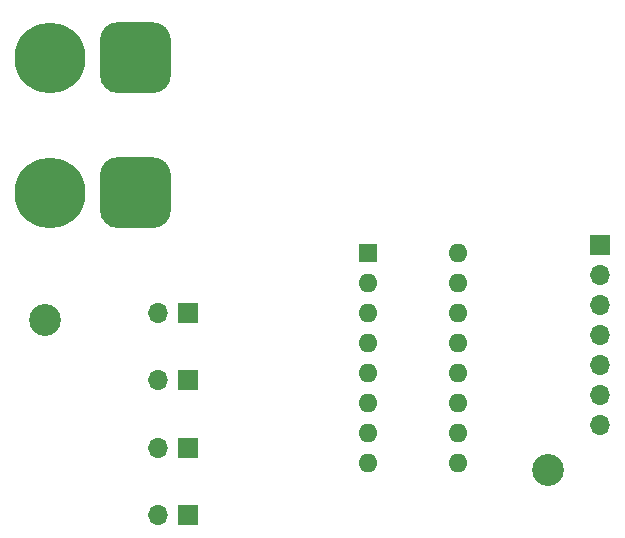
<source format=gbr>
%TF.GenerationSoftware,KiCad,Pcbnew,(5.1.10)-1*%
%TF.CreationDate,2021-11-15T08:23:05-05:00*%
%TF.ProjectId,Telem Board,54656c65-6d20-4426-9f61-72642e6b6963,rev?*%
%TF.SameCoordinates,Original*%
%TF.FileFunction,Soldermask,Bot*%
%TF.FilePolarity,Negative*%
%FSLAX46Y46*%
G04 Gerber Fmt 4.6, Leading zero omitted, Abs format (unit mm)*
G04 Created by KiCad (PCBNEW (5.1.10)-1) date 2021-11-15 08:23:05*
%MOMM*%
%LPD*%
G01*
G04 APERTURE LIST*
%ADD10C,6.000000*%
%ADD11C,2.700000*%
%ADD12O,1.600000X1.600000*%
%ADD13R,1.600000X1.600000*%
%ADD14O,1.700000X1.700000*%
%ADD15R,1.700000X1.700000*%
G04 APERTURE END LIST*
%TO.C,J7*%
G36*
G01*
X142700000Y-79780000D02*
X142700000Y-82780000D01*
G75*
G02*
X141200000Y-84280000I-1500000J0D01*
G01*
X138200000Y-84280000D01*
G75*
G02*
X136700000Y-82780000I0J1500000D01*
G01*
X136700000Y-79780000D01*
G75*
G02*
X138200000Y-78280000I1500000J0D01*
G01*
X141200000Y-78280000D01*
G75*
G02*
X142700000Y-79780000I0J-1500000D01*
G01*
G37*
D10*
X132500000Y-81280000D03*
%TD*%
D11*
%TO.C,H2*%
X174625000Y-104775000D03*
%TD*%
%TO.C,H1*%
X132080000Y-92075000D03*
%TD*%
D12*
%TO.C,U2*%
X167005000Y-86360000D03*
X159385000Y-104140000D03*
X167005000Y-88900000D03*
X159385000Y-101600000D03*
X167005000Y-91440000D03*
X159385000Y-99060000D03*
X167005000Y-93980000D03*
X159385000Y-96520000D03*
X167005000Y-96520000D03*
X159385000Y-93980000D03*
X167005000Y-99060000D03*
X159385000Y-91440000D03*
X167005000Y-101600000D03*
X159385000Y-88900000D03*
X167005000Y-104140000D03*
D13*
X159385000Y-86360000D03*
%TD*%
%TO.C,J6*%
G36*
G01*
X142700000Y-68350000D02*
X142700000Y-71350000D01*
G75*
G02*
X141200000Y-72850000I-1500000J0D01*
G01*
X138200000Y-72850000D01*
G75*
G02*
X136700000Y-71350000I0J1500000D01*
G01*
X136700000Y-68350000D01*
G75*
G02*
X138200000Y-66850000I1500000J0D01*
G01*
X141200000Y-66850000D01*
G75*
G02*
X142700000Y-68350000I0J-1500000D01*
G01*
G37*
D10*
X132500000Y-69850000D03*
%TD*%
D14*
%TO.C,J5*%
X141605000Y-108585000D03*
D15*
X144145000Y-108585000D03*
%TD*%
D14*
%TO.C,J4*%
X141605000Y-102870000D03*
D15*
X144145000Y-102870000D03*
%TD*%
D14*
%TO.C,J3*%
X141605000Y-97155000D03*
D15*
X144145000Y-97155000D03*
%TD*%
D14*
%TO.C,J2*%
X141605000Y-91440000D03*
D15*
X144145000Y-91440000D03*
%TD*%
D14*
%TO.C,J1*%
X179070000Y-100965000D03*
X179070000Y-98425000D03*
X179070000Y-95885000D03*
X179070000Y-93345000D03*
X179070000Y-90805000D03*
X179070000Y-88265000D03*
D15*
X179070000Y-85725000D03*
%TD*%
M02*

</source>
